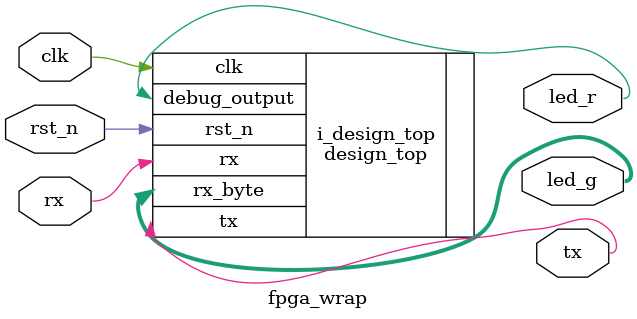
<source format=sv>
module fpga_wrap(
    input clk, // The master clock for this module
    input rst_n, // Synchronous reset.
    input rx, // Incoming serial line
    output tx, // Outgoing serial line
    output [7:0] led_g, // Byte received
	 output led_r
);

    design_top i_design_top(
        .clk(clk),
        .rst_n(rst_n),
        .rx(rx),
        .tx(tx),
        .rx_byte(led_g),
		  .debug_output(led_r)
    );
	 
endmodule

</source>
